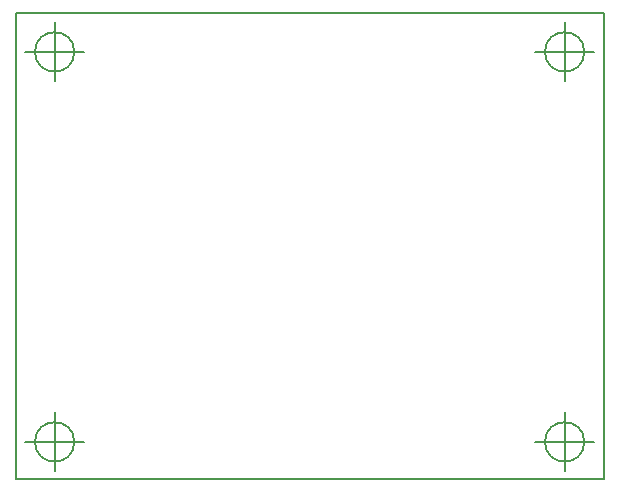
<source format=gm1>
%TF.GenerationSoftware,KiCad,Pcbnew,4.0.2+e4-6225~38~ubuntu15.10.1-stable*%
%TF.CreationDate,2016-06-09T11:59:05+01:00*%
%TF.ProjectId,igrow-101,6967726F772D3130312E6B696361645F,101*%
%TF.FileFunction,Profile,NP*%
%FSLAX46Y46*%
G04 Gerber Fmt 4.6, Leading zero omitted, Abs format (unit mm)*
G04 Created by KiCad (PCBNEW 4.0.2+e4-6225~38~ubuntu15.10.1-stable) date Thu 09 Jun 2016 11:59:05 BST*
%MOMM*%
G01*
G04 APERTURE LIST*
%ADD10C,0.100000*%
%ADD11C,0.150000*%
G04 APERTURE END LIST*
D10*
D11*
X136286666Y-129540000D02*
G75*
G03X136286666Y-129540000I-1666666J0D01*
G01*
X132120000Y-129540000D02*
X137120000Y-129540000D01*
X134620000Y-127040000D02*
X134620000Y-132040000D01*
X179466666Y-129540000D02*
G75*
G03X179466666Y-129540000I-1666666J0D01*
G01*
X175300000Y-129540000D02*
X180300000Y-129540000D01*
X177800000Y-127040000D02*
X177800000Y-132040000D01*
X179466666Y-96520000D02*
G75*
G03X179466666Y-96520000I-1666666J0D01*
G01*
X175300000Y-96520000D02*
X180300000Y-96520000D01*
X177800000Y-94020000D02*
X177800000Y-99020000D01*
X181102000Y-132715000D02*
X131318000Y-132715000D01*
X181102000Y-93218000D02*
X181102000Y-132715000D01*
X131318000Y-93218000D02*
X181102000Y-93218000D01*
X131318000Y-132715000D02*
X131318000Y-93218000D01*
X136286666Y-96520000D02*
G75*
G03X136286666Y-96520000I-1666666J0D01*
G01*
X132120000Y-96520000D02*
X137120000Y-96520000D01*
X134620000Y-94020000D02*
X134620000Y-99020000D01*
M02*

</source>
